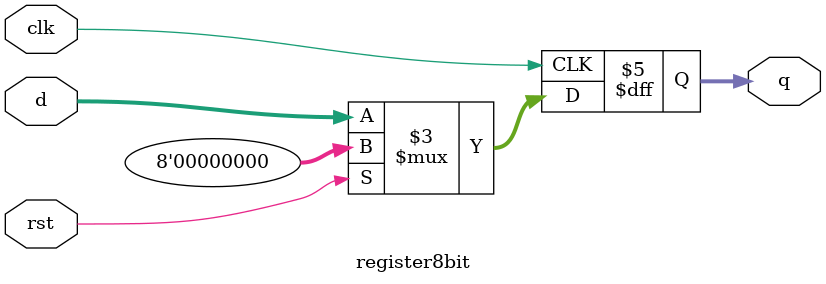
<source format=v>
`timescale 1ns / 1ps


module register8bit (
    input clk,          // Clock signal
    input rst,          // Synchronous reset
    input [7:0] d,      // Data input
    output reg [7:0] q  // Data output
);
    
    always @(posedge clk) begin
        if (rst)
            q <= 8'b0;  // Reset register to 0
        else
            q <= d;     // Load new data
    end
    
endmodule


</source>
